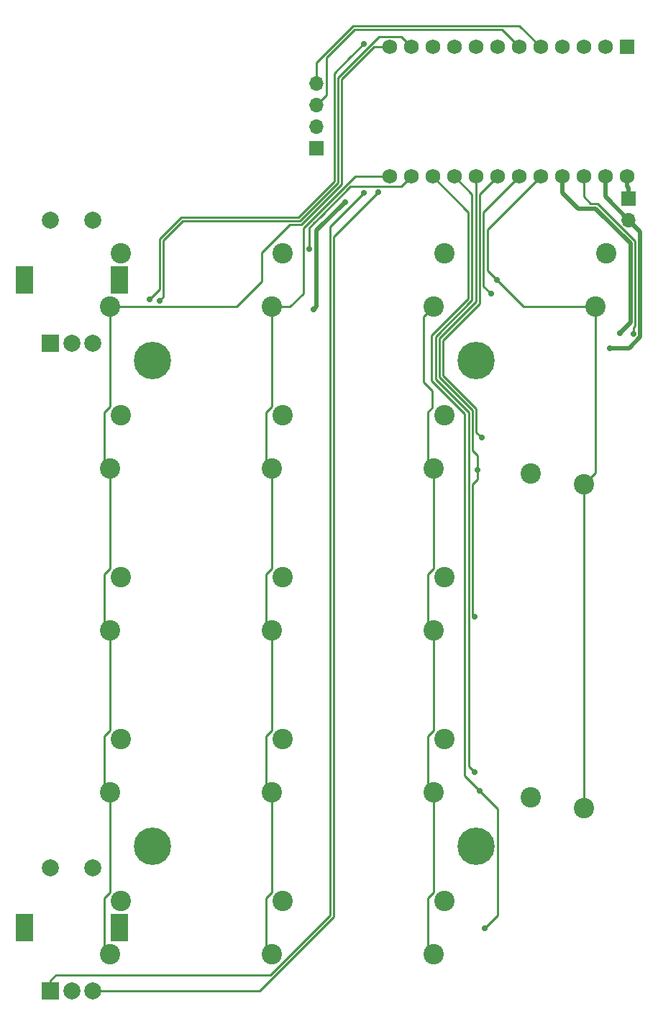
<source format=gbr>
G04 #@! TF.GenerationSoftware,KiCad,Pcbnew,(5.1.6)-1*
G04 #@! TF.CreationDate,2020-09-28T23:28:13+08:00*
G04 #@! TF.ProjectId,Hami,48616d69-2e6b-4696-9361-645f70636258,rev?*
G04 #@! TF.SameCoordinates,Original*
G04 #@! TF.FileFunction,Copper,L1,Top*
G04 #@! TF.FilePolarity,Positive*
%FSLAX46Y46*%
G04 Gerber Fmt 4.6, Leading zero omitted, Abs format (unit mm)*
G04 Created by KiCad (PCBNEW (5.1.6)-1) date 2020-09-28 23:28:13*
%MOMM*%
%LPD*%
G01*
G04 APERTURE LIST*
G04 #@! TA.AperFunction,ComponentPad*
%ADD10C,2.400000*%
G04 #@! TD*
G04 #@! TA.AperFunction,ComponentPad*
%ADD11R,2.000000X3.200000*%
G04 #@! TD*
G04 #@! TA.AperFunction,ComponentPad*
%ADD12C,2.000000*%
G04 #@! TD*
G04 #@! TA.AperFunction,ComponentPad*
%ADD13R,2.000000X2.000000*%
G04 #@! TD*
G04 #@! TA.AperFunction,ComponentPad*
%ADD14R,1.752600X1.752600*%
G04 #@! TD*
G04 #@! TA.AperFunction,ComponentPad*
%ADD15C,1.752600*%
G04 #@! TD*
G04 #@! TA.AperFunction,ComponentPad*
%ADD16O,1.700000X1.700000*%
G04 #@! TD*
G04 #@! TA.AperFunction,ComponentPad*
%ADD17R,1.700000X1.700000*%
G04 #@! TD*
G04 #@! TA.AperFunction,ComponentPad*
%ADD18C,4.400000*%
G04 #@! TD*
G04 #@! TA.AperFunction,ViaPad*
%ADD19C,0.700000*%
G04 #@! TD*
G04 #@! TA.AperFunction,Conductor*
%ADD20C,0.250000*%
G04 #@! TD*
G04 #@! TA.AperFunction,Conductor*
%ADD21C,0.500000*%
G04 #@! TD*
G04 APERTURE END LIST*
D10*
X160075000Y-104750000D03*
X161325000Y-98450000D03*
X141025000Y-104750000D03*
X142275000Y-98450000D03*
X160075000Y-85700000D03*
X161325000Y-79400000D03*
X141025000Y-66650000D03*
X142275000Y-60350000D03*
X160075000Y-66650000D03*
X161325000Y-60350000D03*
D11*
X123075000Y-139700000D03*
X111875000Y-139700000D03*
D12*
X119975000Y-132700000D03*
X119975000Y-147200000D03*
X117475000Y-147200000D03*
D13*
X114975000Y-147200000D03*
D12*
X114975000Y-132700000D03*
D11*
X123061000Y-63481999D03*
X111861000Y-63481999D03*
D12*
X119961000Y-56481999D03*
X119961000Y-70981999D03*
X117461000Y-70981999D03*
D13*
X114961000Y-70981999D03*
D12*
X114961000Y-56481999D03*
D14*
X182829200Y-36108000D03*
D15*
X180289200Y-36108000D03*
X177749200Y-36108000D03*
X175209200Y-36108000D03*
X172669200Y-36108000D03*
X170129200Y-36108000D03*
X167589200Y-36108000D03*
X165049200Y-36108000D03*
X162509200Y-36108000D03*
X159969200Y-36108000D03*
X157429200Y-36108000D03*
X154889200Y-51348000D03*
X157429200Y-51348000D03*
X159969200Y-51348000D03*
X162509200Y-51348000D03*
X165049200Y-51348000D03*
X167589200Y-51348000D03*
X170129200Y-51348000D03*
X172669200Y-51348000D03*
X175209200Y-51348000D03*
X177749200Y-51348000D03*
X180289200Y-51348000D03*
X154889200Y-36108000D03*
X182829200Y-51348000D03*
D10*
X177775000Y-125675000D03*
X171475000Y-124425000D03*
X177775000Y-87575000D03*
X171475000Y-86325000D03*
X179125000Y-66650000D03*
X180375000Y-60350000D03*
X160075000Y-142850000D03*
X161325000Y-136550000D03*
X160075000Y-123800000D03*
X161325000Y-117500000D03*
X141025000Y-142850000D03*
X142275000Y-136550000D03*
X141025000Y-123800000D03*
X142275000Y-117500000D03*
X141025000Y-85700000D03*
X142275000Y-79400000D03*
X121975000Y-142850000D03*
X123225000Y-136550000D03*
X121975000Y-123800000D03*
X123225000Y-117500000D03*
X121975000Y-104750000D03*
X123225000Y-98450000D03*
X121975000Y-85700000D03*
X123225000Y-79400000D03*
X121975000Y-66650000D03*
X123225000Y-60350000D03*
D16*
X183042901Y-56461797D03*
D17*
X183042901Y-53921797D03*
D16*
X146242901Y-40411797D03*
X146242901Y-42951797D03*
X146242901Y-45491797D03*
D17*
X146242901Y-48031797D03*
D18*
X127000000Y-73025000D03*
X165100000Y-73025000D03*
X127000000Y-130175000D03*
X165100000Y-130175000D03*
D19*
X166850297Y-65150000D03*
X165702206Y-82046091D03*
X164860356Y-103109645D03*
X165227000Y-85852000D03*
X164868751Y-121446793D03*
X166116000Y-139827000D03*
X165521249Y-123657751D03*
X180800000Y-71525000D03*
X145950000Y-67000000D03*
X149625000Y-54350000D03*
X145400499Y-59900000D03*
X167481250Y-63500000D03*
X182016400Y-69773800D03*
X183591400Y-69849800D03*
X153525000Y-53224301D03*
X151875000Y-53250000D03*
X127775000Y-65950000D03*
X151854246Y-35725245D03*
X126625000Y-65825000D03*
D20*
X166850297Y-65150000D02*
X165949220Y-64248923D01*
X165949220Y-55527980D02*
X165949220Y-58920219D01*
X170129200Y-51348000D02*
X165949220Y-55527980D01*
X165949220Y-64248923D02*
X165949220Y-58920219D01*
X165093741Y-81437626D02*
X165093740Y-78703619D01*
X165702206Y-82046091D02*
X165093741Y-81437626D01*
X165093740Y-78703619D02*
X161192931Y-74802810D01*
X161192931Y-74802810D02*
X161192931Y-70608177D01*
X161192931Y-70608177D02*
X165499210Y-66301898D01*
X165499210Y-53437990D02*
X165499210Y-56593789D01*
X167589200Y-51348000D02*
X165499210Y-53437990D01*
X165499210Y-66301898D02*
X165499210Y-56593789D01*
X164643731Y-102893020D02*
X164860356Y-103109645D01*
X165227000Y-86995000D02*
X164643731Y-87578269D01*
X165227000Y-85852000D02*
X165227000Y-86995000D01*
X164643731Y-87578269D02*
X164643731Y-102893020D01*
X165227000Y-84201000D02*
X165227000Y-85852000D01*
X164643731Y-78890020D02*
X164643731Y-83617731D01*
X164643731Y-83617731D02*
X165227000Y-84201000D01*
X160954311Y-70183207D02*
X160954311Y-70210387D01*
X160742921Y-74989210D02*
X164643731Y-78890020D01*
X165049199Y-66088319D02*
X160954311Y-70183207D01*
X160742921Y-70421777D02*
X160742921Y-74989210D01*
X160954311Y-70210387D02*
X160742921Y-70421777D01*
X165049199Y-52587276D02*
X165049199Y-66088319D01*
X165049200Y-51348000D02*
X165049199Y-52587276D01*
X164868751Y-121446793D02*
X164185355Y-120763397D01*
X160292911Y-70208197D02*
X164599190Y-65901918D01*
X164185355Y-120763397D02*
X164185354Y-79068053D01*
X164185354Y-79068053D02*
X160292911Y-75175610D01*
X160292911Y-75175610D02*
X160292911Y-70208197D01*
X164599190Y-53437990D02*
X164599190Y-55920189D01*
X162509200Y-51348000D02*
X164599190Y-53437990D01*
X164599190Y-65901918D02*
X164599190Y-55920189D01*
X167625001Y-125761503D02*
X167625001Y-138317999D01*
X167625001Y-138317999D02*
X166116000Y-139827000D01*
X165521249Y-123657751D02*
X167625001Y-125761503D01*
X163735345Y-121871847D02*
X165521249Y-123657751D01*
X163735345Y-79254454D02*
X163735345Y-121871847D01*
X164149180Y-65715518D02*
X159842901Y-70021797D01*
X159842901Y-70021797D02*
X159842901Y-75362010D01*
X159842901Y-75362010D02*
X163735345Y-79254454D01*
X164149180Y-55527980D02*
X164149180Y-56693819D01*
X159969200Y-51348000D02*
X164149180Y-55527980D01*
X164149180Y-56693819D02*
X164149180Y-65715518D01*
D21*
X184391401Y-70233801D02*
X183100202Y-71525000D01*
X183100202Y-71525000D02*
X180800000Y-71525000D01*
X184392900Y-59721798D02*
X184391401Y-59723297D01*
X184391401Y-59723297D02*
X184391401Y-70233801D01*
X180289200Y-53708096D02*
X183042901Y-56461797D01*
X184392900Y-57811796D02*
X184392900Y-59721798D01*
X183042901Y-56461797D02*
X184392900Y-57811796D01*
X180289200Y-51348000D02*
X180289200Y-53708096D01*
X145950000Y-67000000D02*
X146299999Y-66650001D01*
X146299999Y-57675001D02*
X149625000Y-54350000D01*
X146299999Y-66650001D02*
X146299999Y-57675001D01*
D20*
X121279999Y-85004999D02*
X121975000Y-85700000D01*
X121279999Y-79087999D02*
X121279999Y-85004999D01*
X121975000Y-78392998D02*
X121279999Y-79087999D01*
X121975000Y-66650000D02*
X121975000Y-78392998D01*
X121279999Y-104054999D02*
X121975000Y-104750000D01*
X121279999Y-98137999D02*
X121279999Y-104054999D01*
X121975000Y-97442998D02*
X121279999Y-98137999D01*
X121975000Y-85700000D02*
X121975000Y-97442998D01*
X121975000Y-116492998D02*
X121279999Y-117187999D01*
X121279999Y-123104999D02*
X121975000Y-123800000D01*
X121279999Y-117187999D02*
X121279999Y-123104999D01*
X121975000Y-104750000D02*
X121975000Y-116492998D01*
X121279999Y-136237999D02*
X121279999Y-142154999D01*
X121279999Y-142154999D02*
X121975000Y-142850000D01*
X121975000Y-135542998D02*
X121279999Y-136237999D01*
X121975000Y-123800000D02*
X121975000Y-135542998D01*
X143153995Y-57032007D02*
X139855501Y-60330501D01*
X154889200Y-36108000D02*
X153062496Y-36108000D01*
X153062496Y-36108000D02*
X149259020Y-39911476D01*
X149259020Y-39911476D02*
X149259020Y-52256800D01*
X139855501Y-63684501D02*
X136890002Y-66650000D01*
X139855501Y-60330501D02*
X139855501Y-63684501D01*
X149259020Y-52256800D02*
X144483812Y-57032007D01*
X136890002Y-66650000D02*
X121975000Y-66650000D01*
X144483812Y-57032007D02*
X143153995Y-57032007D01*
X143175000Y-66650000D02*
X141025000Y-66650000D01*
X144725499Y-65099501D02*
X143175000Y-66650000D01*
X154889200Y-51348000D02*
X150804229Y-51348000D01*
X144725499Y-57426730D02*
X144725499Y-65099501D01*
X150804229Y-51348000D02*
X144725499Y-57426730D01*
X140329999Y-85004999D02*
X141025000Y-85700000D01*
X141025000Y-78392998D02*
X140329999Y-79087999D01*
X140329999Y-79087999D02*
X140329999Y-85004999D01*
X141025000Y-66650000D02*
X141025000Y-78392998D01*
X140329999Y-104054999D02*
X141025000Y-104750000D01*
X140329999Y-98137999D02*
X140329999Y-104054999D01*
X141025000Y-97442998D02*
X140329999Y-98137999D01*
X141025000Y-85700000D02*
X141025000Y-97442998D01*
X140329999Y-123104999D02*
X141025000Y-123800000D01*
X140329999Y-117187999D02*
X140329999Y-123104999D01*
X141025000Y-116492998D02*
X140329999Y-117187999D01*
X141025000Y-104750000D02*
X141025000Y-116492998D01*
X140329999Y-142154999D02*
X141025000Y-142850000D01*
X140329999Y-136237999D02*
X140329999Y-142154999D01*
X141025000Y-135542998D02*
X140329999Y-136237999D01*
X141025000Y-123800000D02*
X141025000Y-135542998D01*
X156227899Y-52549301D02*
X157429200Y-51348000D01*
X150239338Y-52549301D02*
X156227899Y-52549301D01*
X159379999Y-85004999D02*
X160075000Y-85700000D01*
X159379999Y-79087999D02*
X159379999Y-85004999D01*
X159940001Y-76593999D02*
X159940001Y-78527997D01*
X158875001Y-75528999D02*
X159940001Y-76593999D01*
X158875001Y-67849999D02*
X158875001Y-75528999D01*
X159940001Y-78527997D02*
X159379999Y-79087999D01*
X160075000Y-66650000D02*
X158875001Y-67849999D01*
X159379999Y-104054999D02*
X160075000Y-104750000D01*
X159379999Y-98137999D02*
X159379999Y-104054999D01*
X160075000Y-97442998D02*
X159379999Y-98137999D01*
X160075000Y-85700000D02*
X160075000Y-97442998D01*
X159379999Y-123104999D02*
X160075000Y-123800000D01*
X159379999Y-117187999D02*
X159379999Y-123104999D01*
X160075000Y-116492998D02*
X159379999Y-117187999D01*
X160075000Y-104750000D02*
X160075000Y-116492998D01*
X159379999Y-142154999D02*
X160075000Y-142850000D01*
X159379999Y-136237999D02*
X159379999Y-142154999D01*
X160075000Y-135542998D02*
X159379999Y-136237999D01*
X160075000Y-123800000D02*
X160075000Y-135542998D01*
X145935000Y-56853640D02*
X146756820Y-56031820D01*
X146756820Y-56031820D02*
X150239338Y-52549301D01*
X145400499Y-57388141D02*
X145935000Y-56853640D01*
X145400499Y-59900000D02*
X145400499Y-57388141D01*
X170631250Y-66650000D02*
X167481250Y-63500000D01*
X179125000Y-66650000D02*
X170631250Y-66650000D01*
X179125000Y-86225000D02*
X177775000Y-87575000D01*
X179125000Y-66650000D02*
X179125000Y-86225000D01*
X177775000Y-87575000D02*
X177775000Y-125675000D01*
X167481250Y-63500000D02*
X166399230Y-62417980D01*
X172669200Y-51348000D02*
X166399230Y-57617970D01*
X166399230Y-62417980D02*
X166399230Y-58193769D01*
X166399230Y-57617970D02*
X166399230Y-58193769D01*
D21*
X177081368Y-55110264D02*
X175209200Y-53238096D01*
X179139180Y-55110264D02*
X177081368Y-55110264D01*
X183241381Y-68548819D02*
X182016400Y-69773800D01*
X179139180Y-55110264D02*
X183241381Y-59212465D01*
X183241381Y-59212465D02*
X183241381Y-68548819D01*
X175209200Y-51348000D02*
X175209200Y-53238096D01*
D20*
X183816391Y-58974289D02*
X179377358Y-54535256D01*
X183591400Y-69133600D02*
X183816391Y-68908609D01*
X178556360Y-54535256D02*
X177749200Y-53728096D01*
X183816391Y-68908609D02*
X183816391Y-58974289D01*
X183591400Y-69849800D02*
X183591400Y-69133600D01*
X179377358Y-54535256D02*
X178556360Y-54535256D01*
X177749200Y-51348000D02*
X177749200Y-53728096D01*
D21*
X182829200Y-52486397D02*
X183042901Y-52700098D01*
X182829200Y-51348000D02*
X182829200Y-52486397D01*
X183042901Y-53921797D02*
X183042901Y-52700098D01*
D20*
X172669200Y-36108000D02*
X170166210Y-33605010D01*
X170166210Y-33605010D02*
X150587989Y-33605010D01*
X146242901Y-37950098D02*
X146242901Y-40411797D01*
X150587989Y-33605010D02*
X146242901Y-37950098D01*
X146242901Y-42951797D02*
X147429205Y-41765493D01*
X147429205Y-41765493D02*
X147429205Y-37400204D01*
X147429205Y-37400204D02*
X150774389Y-34055020D01*
X168076220Y-34055020D02*
X170129200Y-36108000D01*
X150774389Y-34055020D02*
X168076220Y-34055020D01*
X148325000Y-138443412D02*
X139568412Y-147200000D01*
X139568412Y-147200000D02*
X119975000Y-147200000D01*
X153525000Y-53224301D02*
X148325000Y-58424301D01*
X148325000Y-58424301D02*
X148325000Y-138443412D01*
X151875000Y-53250000D02*
X147874990Y-57250010D01*
X147874990Y-57250010D02*
X147874990Y-138257012D01*
X114975000Y-145900000D02*
X114975000Y-147200000D01*
X115599999Y-145275001D02*
X114975000Y-145900000D01*
X147874990Y-138257012D02*
X140857001Y-145275001D01*
X140857001Y-145275001D02*
X115599999Y-145275001D01*
X156227899Y-34906699D02*
X157429200Y-36108000D01*
X148809010Y-39725076D02*
X153627387Y-34906699D01*
X153627387Y-34906699D02*
X156227899Y-34906699D01*
X148809010Y-52070400D02*
X148809010Y-39725076D01*
X128261000Y-65464000D02*
X128261000Y-58858748D01*
X127775000Y-65950000D02*
X128261000Y-65464000D01*
X128261000Y-58858748D02*
X130537749Y-56581999D01*
X130537749Y-56581999D02*
X144297411Y-56581998D01*
X144297411Y-56581998D02*
X148809010Y-52070400D01*
X150196064Y-37383427D02*
X151854246Y-35725245D01*
X130351349Y-56131989D02*
X144111010Y-56131989D01*
X127810991Y-58672347D02*
X130351349Y-56131989D01*
X127810991Y-58672347D02*
X127810991Y-64639009D01*
X127810991Y-64639009D02*
X126625000Y-65825000D01*
X148359000Y-39220491D02*
X150196064Y-37383427D01*
X148359000Y-51884000D02*
X148359000Y-39220491D01*
X144111010Y-56131989D02*
X148359000Y-51884000D01*
M02*

</source>
